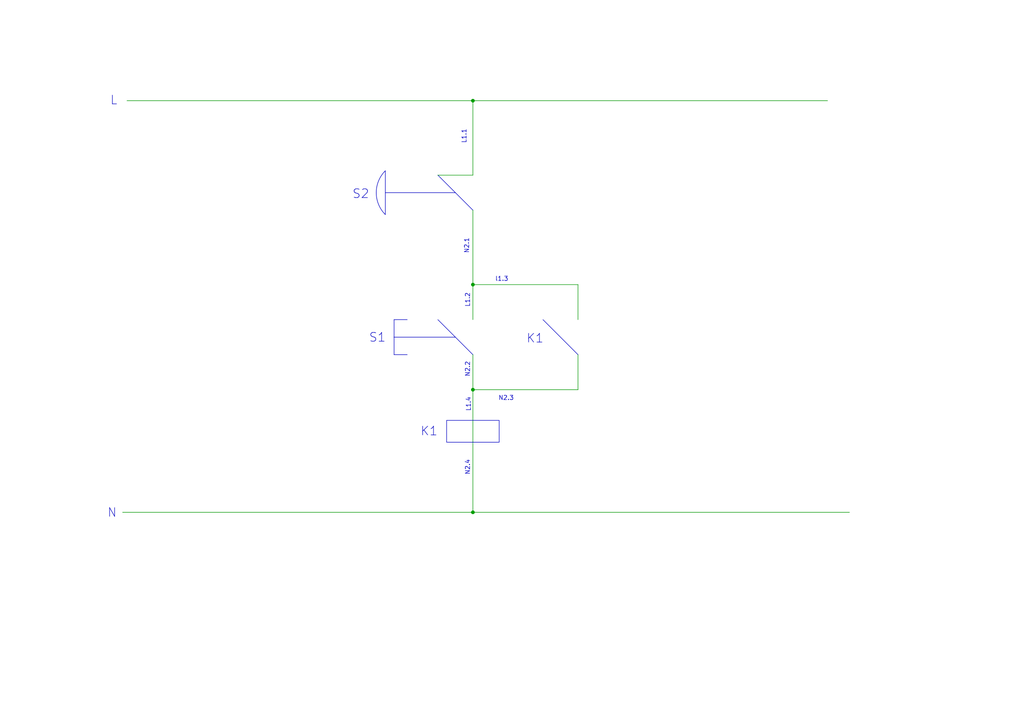
<source format=kicad_sch>
(kicad_sch
	(version 20231120)
	(generator "eeschema")
	(generator_version "8.0")
	(uuid "fa72fd99-a9f1-48dc-8638-2711c8927a3b")
	(paper "A4")
	(title_block
		(title "Start e fungo")
		(date "2025-06-14")
		(rev "1")
		(company "Gruppo 02 Teamworking")
	)
	(lib_symbols)
	(junction
		(at 137.16 113.03)
		(diameter 0)
		(color 0 0 0 0)
		(uuid "0febd3e3-db13-453a-a180-13e2d96c3aa5")
	)
	(junction
		(at 137.16 148.59)
		(diameter 0)
		(color 0 0 0 0)
		(uuid "249b5c17-a94e-4934-9f04-46c9ebaad538")
	)
	(junction
		(at 137.16 82.55)
		(diameter 0)
		(color 0 0 0 0)
		(uuid "4db54415-93f6-4826-8bb3-b3f37981d3ad")
	)
	(junction
		(at 137.16 29.21)
		(diameter 0)
		(color 0 0 0 0)
		(uuid "8add6e43-50bc-4676-8deb-87ef5466c010")
	)
	(polyline
		(pts
			(xy 114.3 92.71) (xy 118.11 92.71)
		)
		(stroke
			(width 0)
			(type default)
		)
		(uuid "07317783-f1cc-43dd-8249-07e2c12e64df")
	)
	(wire
		(pts
			(xy 137.16 29.21) (xy 137.16 50.8)
		)
		(stroke
			(width 0)
			(type default)
		)
		(uuid "28afa519-591a-4aad-bec2-efdbc3568f30")
	)
	(wire
		(pts
			(xy 127 50.8) (xy 137.16 50.8)
		)
		(stroke
			(width 0)
			(type default)
		)
		(uuid "3ce0d874-599a-41e6-839a-5c8b5204da8d")
	)
	(wire
		(pts
			(xy 137.16 82.55) (xy 167.64 82.55)
		)
		(stroke
			(width 0)
			(type default)
		)
		(uuid "4dd08837-be0b-4215-b536-80ae09a9ca5a")
	)
	(polyline
		(pts
			(xy 157.48 92.71) (xy 167.64 102.87)
		)
		(stroke
			(width 0)
			(type default)
		)
		(uuid "51297d25-41a5-443e-bd49-c40db3b0e0bb")
	)
	(wire
		(pts
			(xy 137.16 29.21) (xy 240.03 29.21)
		)
		(stroke
			(width 0)
			(type default)
		)
		(uuid "7e48c081-f4af-401d-b2ab-3aa8a2174a4e")
	)
	(polyline
		(pts
			(xy 114.3 97.79) (xy 132.08 97.79)
		)
		(stroke
			(width 0)
			(type default)
		)
		(uuid "81bb2bc3-0cf5-49fa-bf3a-a6004f393c19")
	)
	(polyline
		(pts
			(xy 111.76 49.53) (xy 111.76 62.23)
		)
		(stroke
			(width 0)
			(type default)
		)
		(uuid "88b166ce-a31b-4ed6-8dc7-2a63b268c41a")
	)
	(wire
		(pts
			(xy 36.83 29.21) (xy 137.16 29.21)
		)
		(stroke
			(width 0)
			(type default)
		)
		(uuid "9144ad1a-a45e-4b36-8e4b-1bd138d0e7e4")
	)
	(polyline
		(pts
			(xy 127 50.8) (xy 137.16 60.96)
		)
		(stroke
			(width 0)
			(type default)
		)
		(uuid "980de328-2050-4204-9095-c3af594147de")
	)
	(polyline
		(pts
			(xy 111.76 55.88) (xy 132.08 55.88)
		)
		(stroke
			(width 0)
			(type default)
		)
		(uuid "b20fe27c-8dd6-4713-b9ae-97c6b8206ce6")
	)
	(polyline
		(pts
			(xy 114.3 92.71) (xy 114.3 97.79)
		)
		(stroke
			(width 0)
			(type default)
		)
		(uuid "b22fd617-f5d4-4b92-9da8-2f40fdc3c299")
	)
	(polyline
		(pts
			(xy 114.3 97.79) (xy 114.3 102.87)
		)
		(stroke
			(width 0)
			(type default)
		)
		(uuid "b6bb397e-86e7-424e-9abb-82052f420f0e")
	)
	(wire
		(pts
			(xy 137.16 113.03) (xy 137.16 148.59)
		)
		(stroke
			(width 0)
			(type default)
		)
		(uuid "bca6d820-127c-4f2e-a415-c9f5ccc431b9")
	)
	(wire
		(pts
			(xy 137.16 82.55) (xy 137.16 92.71)
		)
		(stroke
			(width 0)
			(type default)
		)
		(uuid "be208905-add7-4e2d-87c8-2f1144335325")
	)
	(wire
		(pts
			(xy 137.16 113.03) (xy 167.64 113.03)
		)
		(stroke
			(width 0)
			(type default)
		)
		(uuid "cdf82e51-a2e7-432b-ba38-c608748a4139")
	)
	(wire
		(pts
			(xy 137.16 102.87) (xy 137.16 113.03)
		)
		(stroke
			(width 0)
			(type default)
		)
		(uuid "db1d8090-277f-44d6-bdd6-72284d831392")
	)
	(wire
		(pts
			(xy 167.64 82.55) (xy 167.64 92.71)
		)
		(stroke
			(width 0)
			(type default)
		)
		(uuid "def03be7-9e62-49ba-b87c-71a34d441f16")
	)
	(wire
		(pts
			(xy 137.16 60.96) (xy 137.16 82.55)
		)
		(stroke
			(width 0)
			(type default)
		)
		(uuid "e3816a80-c3b2-43ec-9b77-884f8093315b")
	)
	(polyline
		(pts
			(xy 114.3 102.87) (xy 118.11 102.87)
		)
		(stroke
			(width 0)
			(type default)
		)
		(uuid "e695b844-8bf4-4f6b-a371-e2de5799f0d1")
	)
	(wire
		(pts
			(xy 35.56 148.59) (xy 137.16 148.59)
		)
		(stroke
			(width 0)
			(type default)
		)
		(uuid "e97ffd4b-1e65-4e06-9d29-61c59b02536a")
	)
	(wire
		(pts
			(xy 167.64 102.87) (xy 167.64 113.03)
		)
		(stroke
			(width 0)
			(type default)
		)
		(uuid "f0b3d102-de1b-4de9-8d52-b868301af509")
	)
	(wire
		(pts
			(xy 137.16 148.59) (xy 246.38 148.59)
		)
		(stroke
			(width 0)
			(type default)
		)
		(uuid "f332e315-037b-4e9b-82af-998f8d2e2646")
	)
	(polyline
		(pts
			(xy 127 92.71) (xy 137.16 102.87)
		)
		(stroke
			(width 0)
			(type default)
		)
		(uuid "f45bdbf6-6c5e-42c0-8542-525674e96be3")
	)
	(rectangle
		(start 129.54 121.92)
		(end 144.78 128.27)
		(stroke
			(width 0)
			(type default)
		)
		(fill
			(type none)
		)
		(uuid 4384aab6-9ac9-4a38-ad31-c3e3e92b9ba3)
	)
	(arc
		(start 111.76 62.23)
		(mid 109.1297 55.88)
		(end 111.76 49.53)
		(stroke
			(width 0)
			(type default)
		)
		(fill
			(type none)
		)
		(uuid bcb7ca5f-1221-45a7-86b2-7300ee2e5d8d)
	)
	(text "L"
		(exclude_from_sim no)
		(at 33.02 29.21 0)
		(effects
			(font
				(size 2.54 2.54)
			)
		)
		(uuid "0fc30f57-31fa-4faa-b273-92ed0f7361cf")
	)
	(text "N2.4"
		(exclude_from_sim no)
		(at 135.636 135.636 90)
		(effects
			(font
				(size 1.27 1.27)
			)
		)
		(uuid "1f992f14-73a2-42c5-8b44-3e5b4fd1ae7e")
	)
	(text "S2"
		(exclude_from_sim no)
		(at 104.648 56.388 0)
		(effects
			(font
				(size 2.54 2.54)
			)
		)
		(uuid "4c8224eb-bef4-4a0f-b3b6-d30a80a51b7d")
	)
	(text "S1"
		(exclude_from_sim no)
		(at 109.474 98.044 0)
		(effects
			(font
				(size 2.54 2.54)
			)
		)
		(uuid "4ef3dec6-d5ec-4b30-a104-f576eb7c2353")
	)
	(text "N"
		(exclude_from_sim no)
		(at 32.512 148.844 0)
		(effects
			(font
				(size 2.54 2.54)
			)
		)
		(uuid "61bbac5a-2655-40ff-bf62-76d5b3e236d6")
	)
	(text "l1.3"
		(exclude_from_sim no)
		(at 145.542 81.026 0)
		(effects
			(font
				(size 1.27 1.27)
			)
		)
		(uuid "768b3500-13de-4214-8d82-9c1ecaf73a39")
	)
	(text "K1"
		(exclude_from_sim no)
		(at 124.46 125.222 0)
		(effects
			(font
				(size 2.54 2.54)
			)
		)
		(uuid "8f56b2d5-2e74-44e7-ba7e-9fcaa2b6e235")
	)
	(text "L1.1"
		(exclude_from_sim no)
		(at 134.62 39.624 90)
		(effects
			(font
				(size 1.27 1.27)
			)
		)
		(uuid "92f2874b-7241-400f-9ad8-14dafc970e68")
	)
	(text "N2.3"
		(exclude_from_sim no)
		(at 146.812 115.57 0)
		(effects
			(font
				(size 1.27 1.27)
			)
		)
		(uuid "a81d499b-c2b1-4193-a5d3-47fb04109fb0")
	)
	(text "L1.2"
		(exclude_from_sim no)
		(at 135.636 87.122 90)
		(effects
			(font
				(size 1.27 1.27)
			)
		)
		(uuid "b4a1043c-84c2-434b-b849-03883298890d")
	)
	(text "L1.4"
		(exclude_from_sim no)
		(at 135.89 117.348 90)
		(effects
			(font
				(size 1.27 1.27)
			)
		)
		(uuid "bf11a4b6-ae88-4766-aba3-517bd448c686")
	)
	(text "N2.1"
		(exclude_from_sim no)
		(at 135.382 71.374 90)
		(effects
			(font
				(size 1.27 1.27)
			)
		)
		(uuid "c03c480a-87b1-484e-9f83-5a47dd5f07cf")
	)
	(text "N2.2"
		(exclude_from_sim no)
		(at 135.636 107.188 90)
		(effects
			(font
				(size 1.27 1.27)
			)
		)
		(uuid "ca324f91-2ccd-42f8-bebc-02fa004f356e")
	)
	(text "K1"
		(exclude_from_sim no)
		(at 155.194 98.298 0)
		(effects
			(font
				(size 2.54 2.54)
			)
		)
		(uuid "e6d9e588-6192-4271-9bcd-a28f5e2a0169")
	)
	(sheet_instances
		(path "/"
			(page "1")
		)
	)
)
</source>
